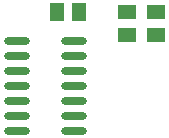
<source format=gtp>
G04*
G04 #@! TF.GenerationSoftware,Altium Limited,Altium Designer,24.5.2 (23)*
G04*
G04 Layer_Color=8421504*
%FSLAX25Y25*%
%MOIN*%
G70*
G04*
G04 #@! TF.SameCoordinates,01A352D6-3B51-4183-BB44-945251ACD641*
G04*
G04*
G04 #@! TF.FilePolarity,Positive*
G04*
G01*
G75*
%ADD16O,0.08661X0.02362*%
%ADD17R,0.05118X0.05906*%
%ADD18R,0.05906X0.05118*%
D16*
X46063Y55118D02*
D03*
Y50118D02*
D03*
Y45118D02*
D03*
Y40118D02*
D03*
Y35118D02*
D03*
Y30118D02*
D03*
Y25118D02*
D03*
X64961Y55118D02*
D03*
Y50118D02*
D03*
Y45118D02*
D03*
Y40118D02*
D03*
Y35118D02*
D03*
Y30118D02*
D03*
Y25118D02*
D03*
D17*
X66732Y64961D02*
D03*
X59252D02*
D03*
D18*
X82677Y57284D02*
D03*
Y64764D02*
D03*
X92520Y57284D02*
D03*
Y64764D02*
D03*
M02*

</source>
